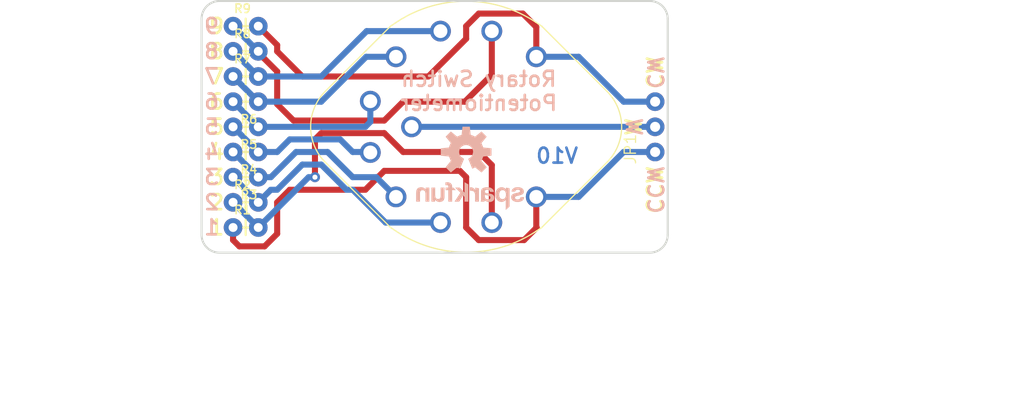
<source format=kicad_pcb>
(kicad_pcb (version 20211014) (generator pcbnew)
  (layers (0 "F.Cu" signal) (31 "B.Cu" signal) (34 "B.Paste" user) (35 "F.Paste" user) (36 "B.SilkS" user "B.Silkscreen") (37 "F.SilkS" user "F.Silkscreen") (38 "B.Mask" user) (39 "F.Mask" user) (44 "Edge.Cuts" user))
  (net 0 "")
  (net 1 "N$1")
  (net 2 "N$2")
  (net 3 "N$3")
  (net 4 "N$5")
  (net 5 "N$6")
  (net 6 "N$7")
  (net 7 "N$8")
  (net 8 "N$9")
  (net 9 "N$10")
  (net 10 "N$11")
  (net 11 "N$4")
  (footprint "boardEagle:STAND-OFF" (layer "F.Cu") (at 135.8011 114.5286)
    (fp_text reference "STANDOFF6" hide)
    (fp_text value "STAND-OFF" hide)
    (pad "" np_thru_hole circle (at 0 0) (size 3.302 3.302) (drill 3.302) (layers *.Cu *.Mask))
  )
  (footprint "boardEagle:1X03_NO_SILK" (layer "F.Cu") (at 170.7261 107.5436 90)
    (fp_text reference "JP1" (at -1.3462 -1.8288 90) (layer "F.SilkS") (effects (font (size 1.143 1.143) (thickness 0.127)) (justify left bottom)))
    (fp_text value "")
    (pad "1" thru_hole circle (at 0 0 180) (size 1.8796 1.8796) (drill 1.016) (layers *.Cu *.Mask) (net 2 "N$2"))
    (pad "2" thru_hole circle (at 2.54 0 180) (size 1.8796 1.8796) (drill 1.016) (layers *.Cu *.Mask) (net 1 "N$1"))
    (pad "3" thru_hole circle (at 5.08 0 180) (size 1.8796 1.8796) (drill 1.016) (layers *.Cu *.Mask) (net 3 "N$3"))
  )
  (footprint "boardEagle:STAND-OFF" (layer "F.Cu") (at 167.5511 114.5286)
    (fp_text reference "STANDOFF1" hide)
    (fp_text value "STAND-OFF" hide)
    (pad "" np_thru_hole circle (at 0 0) (size 3.302 3.302) (drill 3.302) (layers *.Cu *.Mask))
  )
  (footprint "boardEagle:AXIAL-0.1EZ" (layer "F.Cu") (at 130.7211 110.0836 180)
    (fp_text reference "R3" (at 0 -1.27 180) (layer "F.SilkS") (effects (font (size 0.8636 0.8636) (thickness 0.1524)) (justify right top)))
    (fp_text value "" (at 0 2.159 180) (layer "F.SilkS") (effects (font (size 0.8636 0.8636) (thickness 0.1524)) (justify right top)))
    (fp_line (start 1.27 0) (end 1.27 -0.762) (layer "F.SilkS") (width 0.2032))
    (fp_line (start 1.27 0.762) (end 1.27 0) (layer "F.SilkS") (width 0.2032))
    (fp_line (start 1.27 0) (end 1.016 0) (layer "F.SilkS") (width 0.2032))
    (fp_line (start 1.524 0) (end 1.27 0) (layer "F.SilkS") (width 0.2032))
    (pad "P$1" thru_hole circle (at 0 0 180) (size 1.8796 1.8796) (drill 0.9) (layers *.Cu) (net 6 "N$7"))
    (pad "P$2" thru_hole circle (at 2.54 0 180) (size 1.8796 1.8796) (drill 0.9) (layers *.Cu) (net 5 "N$6"))
  )
  (footprint "boardEagle:CREATIVE_COMMONS" (layer "F.Cu") (at 125.0061 131.6736)
    (fp_text reference "FRAME1" hide)
    (fp_text value "FRAME-LETTER" hide)
  )
  (footprint "boardEagle:AXIAL-0.1EZ" (layer "F.Cu") (at 128.1811 97.3836)
    (fp_text reference "R8" (at 0 -1.27) (layer "F.SilkS") (effects (font (size 0.8636 0.8636) (thickness 0.1524)) (justify left bottom)))
    (fp_text value "" (at 0 2.159) (layer "F.SilkS") (effects (font (size 0.8636 0.8636) (thickness 0.1524)) (justify left bottom)))
    (fp_line (start 1.27 0) (end 1.016 0) (layer "F.SilkS") (width 0.2032))
    (fp_line (start 1.27 0.762) (end 1.27 0) (layer "F.SilkS") (width 0.2032))
    (fp_line (start 1.27 0) (end 1.27 -0.762) (layer "F.SilkS") (width 0.2032))
    (fp_line (start 1.524 0) (end 1.27 0) (layer "F.SilkS") (width 0.2032))
    (pad "P$1" thru_hole circle (at 0 0) (size 1.8796 1.8796) (drill 0.9) (layers *.Cu) (net 11 "N$4"))
    (pad "P$2" thru_hole circle (at 2.54 0) (size 1.8796 1.8796) (drill 0.9) (layers *.Cu) (net 10 "N$11"))
  )
  (footprint "boardEagle:ROTARY_SWITCH_1X10_KIT" (layer "F.Cu") (at 151.6761 105.0036 -90)
    (fp_text reference "SW1" hide)
    (fp_text value "1x10" hide)
    (fp_line (start 10.520115 7.079828) (end 10.16 7.62) (layer "F.SilkS") (width 0.127))
    (fp_line (start -10.16 -7.62) (end -10.543537 -7.044693) (layer "F.SilkS") (width 0.127))
    (fp_line (start -3.592103 14.187896) (end -10.16 7.62) (layer "F.SilkS") (width 0.127))
    (fp_line (start -10.16 -7.62) (end -3.592103 -14.187896) (layer "F.SilkS") (width 0.127))
    (fp_line (start 10.16 7.62) (end 3.592103 14.187896) (layer "F.SilkS") (width 0.127))
    (fp_line (start 10.16 -7.62) (end 10.520115 -7.079828) (layer "F.SilkS") (width 0.127))
    (fp_line (start -10.543537 7.044693) (end -10.16 7.62) (layer "F.SilkS") (width 0.127))
    (fp_line (start 3.592103 -14.187896) (end 10.16 -7.62) (layer "F.SilkS") (width 0.127))
    (fp_arc (start 10.520115 -7.079828) (mid 12.663715 0) (end 10.520115 7.079828) (layer "F.SilkS") (width 0.127))
    (fp_arc (start -10.543537 7.044693) (mid -12.676499 0) (end -10.543537 -7.044693) (layer "F.SilkS") (width 0.127))
    (fp_arc (start -3.592103 -14.187896) (mid 0 -15.675794) (end 3.592103 -14.187896) (layer "F.SilkS") (width 0.127))
    (fp_arc (start 3.592103 14.187896) (mid 0 15.675794) (end -3.592103 14.187896) (layer "F.SilkS") (width 0.127))
    (pad "1" thru_hole circle (at 7.071068 -7.071068 270) (size 2.1 2.1) (drill 1.4) (layers *.Cu) (net 2 "N$2"))
    (pad "2" thru_hole circle (at 9.659259 -2.58819 270) (size 2.1 2.1) (drill 1.4) (layers *.Cu) (net 4 "N$5"))
    (pad "3" thru_hole circle (at 9.659259 2.58819 270) (size 2.1 2.1) (drill 1.4) (layers *.Cu) (net 5 "N$6"))
    (pad "4" thru_hole circle (at 7.071068 7.071068 270) (size 2.1 2.1) (drill 1.4) (layers *.Cu) (net 6 "N$7"))
    (pad "5" thru_hole circle (at 2.58819 9.659259 270) (size 2.1 2.1) (drill 1.4) (layers *.Cu) (net 7 "N$8"))
    (pad "6" thru_hole circle (at -2.58819 9.659259 270) (size 2.1 2.1) (drill 1.4) (layers *.Cu) (net 8 "N$9"))
    (pad "7" thru_hole circle (at -7.071068 7.071068 270) (size 2.1 2.1) (drill 1.4) (layers *.Cu) (net 9 "N$10"))
    (pad "8" thru_hole circle (at -9.659259 2.58819 270) (size 2.1 2.1) (drill 1.4) (layers *.Cu) (net 11 "N$4"))
    (pad "9" thru_hole circle (at -9.659259 -2.58819 270) (size 2.1 2.1) (drill 1.4) (layers *.Cu) (net 10 "N$11"))
    (pad "10" thru_hole circle (at -7.071068 -7.071068 270) (size 2.1 2.1) (drill 1.4) (layers *.Cu) (net 3 "N$3"))
    (pad "COMMON" thru_hole circle (at 0 5.5 270) (size 2.1 2.1) (drill 1.4) (layers *.Cu) (net 1 "N$1"))
  )
  (footprint "boardEagle:AXIAL-0.1EZ" (layer "F.Cu") (at 128.1811 112.6236)
    (fp_text reference "R2" (at 0 -1.27) (layer "F.SilkS") (effects (font (size 0.8636 0.8636) (thickness 0.1524)) (justify left bottom)))
    (fp_text value "" (at 0 2.159) (layer "F.SilkS") (effects (font (size 0.8636 0.8636) (thickness 0.1524)) (justify left bottom)))
    (fp_line (start 1.27 0) (end 1.016 0) (layer "F.SilkS") (width 0.2032))
    (fp_line (start 1.27 0) (end 1.27 -0.762) (layer "F.SilkS") (width 0.2032))
    (fp_line (start 1.27 0.762) (end 1.27 0) (layer "F.SilkS") (width 0.2032))
    (fp_line (start 1.524 0) (end 1.27 0) (layer "F.SilkS") (width 0.2032))
    (pad "P$1" thru_hole circle (at 0 0) (size 1.8796 1.8796) (drill 0.9) (layers *.Cu) (net 4 "N$5"))
    (pad "P$2" thru_hole circle (at 2.54 0) (size 1.8796 1.8796) (drill 0.9) (layers *.Cu) (net 5 "N$6"))
  )
  (footprint "boardEagle:STAND-OFF" (layer "F.Cu") (at 167.5511 95.4786)
    (fp_text reference "STANDOFF2" hide)
    (fp_text value "STAND-OFF" hide)
    (pad "" np_thru_hole circle (at 0 0) (size 3.302 3.302) (drill 3.302) (layers *.Cu *.Mask))
  )
  (footprint "boardEagle:AXIAL-0.1EZ" (layer "F.Cu") (at 128.1811 99.9236)
    (fp_text reference "R7" (at 0 -1.27) (layer "F.SilkS") (effects (font (size 0.8636 0.8636) (thickness 0.1524)) (justify left bottom)))
    (fp_text value "" (at 0 2.159) (layer "F.SilkS") (effects (font (size 0.8636 0.8636) (thickness 0.1524)) (justify left bottom)))
    (fp_line (start 1.27 0.762) (end 1.27 0) (layer "F.SilkS") (width 0.2032))
    (fp_line (start 1.27 0) (end 1.27 -0.762) (layer "F.SilkS") (width 0.2032))
    (fp_line (start 1.524 0) (end 1.27 0) (layer "F.SilkS") (width 0.2032))
    (fp_line (start 1.27 0) (end 1.016 0) (layer "F.SilkS") (width 0.2032))
    (pad "P$1" thru_hole circle (at 0 0) (size 1.8796 1.8796) (drill 0.9) (layers *.Cu) (net 9 "N$10"))
    (pad "P$2" thru_hole circle (at 2.54 0) (size 1.8796 1.8796) (drill 0.9) (layers *.Cu) (net 11 "N$4"))
  )
  (footprint "boardEagle:AXIAL-0.1EZ" (layer "F.Cu") (at 130.7211 107.5436 180)
    (fp_text reference "R4" (at 0 -1.27 180) (layer "F.SilkS") (effects (font (size 0.8636 0.8636) (thickness 0.1524)) (justify right top)))
    (fp_text value "" (at 0 2.159 180) (layer "F.SilkS") (effects (font (size 0.8636 0.8636) (thickness 0.1524)) (justify right top)))
    (fp_line (start 1.27 0) (end 1.016 0) (layer "F.SilkS") (width 0.2032))
    (fp_line (start 1.27 0.762) (end 1.27 0) (layer "F.SilkS") (width 0.2032))
    (fp_line (start 1.27 0) (end 1.27 -0.762) (layer "F.SilkS") (width 0.2032))
    (fp_line (start 1.524 0) (end 1.27 0) (layer "F.SilkS") (width 0.2032))
    (pad "P$1" thru_hole circle (at 0 0 180) (size 1.8796 1.8796) (drill 0.9) (layers *.Cu) (net 7 "N$8"))
    (pad "P$2" thru_hole circle (at 2.54 0 180) (size 1.8796 1.8796) (drill 0.9) (layers *.Cu) (net 6 "N$7"))
  )
  (footprint "boardEagle:STAND-OFF" (layer "F.Cu") (at 135.8011 95.4786)
    (fp_text reference "STANDOFF5" hide)
    (fp_text value "STAND-OFF" hide)
    (pad "" np_thru_hole circle (at 0 0) (size 3.302 3.302) (drill 3.302) (layers *.Cu *.Mask))
  )
  (footprint "boardEagle:AXIAL-0.1EZ" (layer "F.Cu") (at 128.1811 94.8436)
    (fp_text reference "R9" (at 0 -1.27) (layer "F.SilkS") (effects (font (size 0.8636 0.8636) (thickness 0.1524)) (justify left bottom)))
    (fp_text value "" (at 0 2.159) (layer "F.SilkS") (effects (font (size 0.8636 0.8636) (thickness 0.1524)) (justify left bottom)))
    (fp_line (start 1.27 0.762) (end 1.27 0) (layer "F.SilkS") (width 0.2032))
    (fp_line (start 1.27 0) (end 1.27 -0.762) (layer "F.SilkS") (width 0.2032))
    (fp_line (start 1.27 0) (end 1.016 0) (layer "F.SilkS") (width 0.2032))
    (fp_line (start 1.524 0) (end 1.27 0) (layer "F.SilkS") (width 0.2032))
    (pad "P$1" thru_hole circle (at 0 0) (size 1.8796 1.8796) (drill 0.9) (layers *.Cu) (net 10 "N$11"))
    (pad "P$2" thru_hole circle (at 2.54 0) (size 1.8796 1.8796) (drill 0.9) (layers *.Cu) (net 3 "N$3"))
  )
  (footprint "boardEagle:AXIAL-0.1EZ" (layer "F.Cu") (at 130.7211 105.0036 180)
    (fp_text reference "R5" (at 0 -1.27 180) (layer "F.SilkS") (effects (font (size 0.8636 0.8636) (thickness 0.1524)) (justify right top)))
    (fp_text value "" (at 0 2.159 180) (layer "F.SilkS") (effects (font (size 0.8636 0.8636) (thickness 0.1524)) (justify right top)))
    (fp_line (start 1.27 0.762) (end 1.27 0) (layer "F.SilkS") (width 0.2032))
    (fp_line (start 1.524 0) (end 1.27 0) (layer "F.SilkS") (width 0.2032))
    (fp_line (start 1.27 0) (end 1.016 0) (layer "F.SilkS") (width 0.2032))
    (fp_line (start 1.27 0) (end 1.27 -0.762) (layer "F.SilkS") (width 0.2032))
    (pad "P$1" thru_hole circle (at 0 0 180) (size 1.8796 1.8796) (drill 0.9) (layers *.Cu) (net 8 "N$9"))
    (pad "P$2" thru_hole circle (at 2.54 0 180) (size 1.8796 1.8796) (drill 0.9) (layers *.Cu) (net 7 "N$8"))
  )
  (footprint "boardEagle:AXIAL-0.1EZ" (layer "F.Cu") (at 130.7211 102.4636 180)
    (fp_text reference "R6" (at 0 -1.27 180) (layer "F.SilkS") (effects (font (size 0.8636 0.8636) (thickness 0.1524)) (justify right top)))
    (fp_text value "" (at 0 2.159 180) (layer "F.SilkS") (effects (font (size 0.8636 0.8636) (thickness 0.1524)) (justify right top)))
    (fp_line (start 1.524 0) (end 1.27 0) (layer "F.SilkS") (width 0.2032))
    (fp_line (start 1.27 0.762) (end 1.27 0) (layer "F.SilkS") (width 0.2032))
    (fp_line (start 1.27 0) (end 1.27 -0.762) (layer "F.SilkS") (width 0.2032))
    (fp_line (start 1.27 0) (end 1.016 0) (layer "F.SilkS") (width 0.2032))
    (pad "P$1" thru_hole circle (at 0 0 180) (size 1.8796 1.8796) (drill 0.9) (layers *.Cu) (net 9 "N$10"))
    (pad "P$2" thru_hole circle (at 2.54 0 180) (size 1.8796 1.8796) (drill 0.9) (layers *.Cu) (net 8 "N$9"))
  )
  (footprint "boardEagle:AXIAL-0.1EZ" (layer "F.Cu") (at 128.1811 115.1636)
    (fp_text reference "R1" (at 0 -1.27) (layer "F.SilkS") (effects (font (size 0.8636 0.8636) (thickness 0.1524)) (justify left bottom)))
    (fp_text value "" (at 0 2.159) (layer "F.SilkS") (effects (font (size 0.8636 0.8636) (thickness 0.1524)) (justify left bottom)))
    (fp_line (start 1.27 0.762) (end 1.27 0) (layer "F.SilkS") (width 0.2032))
    (fp_line (start 1.27 0) (end 1.27 -0.762) (layer "F.SilkS") (width 0.2032))
    (fp_line (start 1.27 0) (end 1.016 0) (layer "F.SilkS") (width 0.2032))
    (fp_line (start 1.524 0) (end 1.27 0) (layer "F.SilkS") (width 0.2032))
    (pad "P$1" thru_hole circle (at 0 0) (size 1.8796 1.8796) (drill 0.9) (layers *.Cu) (net 2 "N$2"))
    (pad "P$2" thru_hole circle (at 2.54 0) (size 1.8796 1.8796) (drill 0.9) (layers *.Cu) (net 4 "N$5"))
  )
  (footprint "boardEagle:OSHW-LOGO-M" (layer "B.Cu") (at 151.6761 107.5436 180)
    (fp_text reference "LOGO1" hide)
    (fp_text value "OSHW-LOGOM" hide)
    (fp_poly (pts (xy 0.456253 1.731155) (xy 0.686517 1.657461) (xy 0.90147 1.546765) (xy 1.544319 2.070947) (xy 2.070947 1.544319) (xy 1.546765 0.90147) (xy 1.657461 0.686517) (xy 1.731155 0.456253) (xy 2.5564 0.372471) (xy 2.5564 -0.372471) (xy 1.726849 -0.456691) (xy 1.54403 -0.898116) (xy 2.070947 -1.544319) (xy 1.544319 -2.070947) (xy 0.901485 -1.546777) (xy 0.619704 -1.692011) (xy 0.20689 -0.695413) (xy 0.531536 -0.463602) (xy 0.620727 -0.335903) (xy 0.680465 -0.187343) (xy 0.705181 -0.029147) (xy 0.693603 0.130552) (xy 0.646327 0.283537) (xy 0.56579 0.421919) (xy 0.456131 0.538592) (xy 0.322994 0.627547) (xy 0.173234 0.684204) (xy 0.014564 0.705647) (xy -0.144865 0.690774) (xy -0.296837 0.64035) (xy -0.433527 0.556972) (xy -0.547914 0.444923) (xy -0.634099 0.309982) (xy -0.68765 0.159084) (xy -0.705283 0.004638) (xy -0.626355 -0.324166) (xy -0.536691 -0.458355) (xy -0.414859 -0.570967) (xy -0.204203 -0.688924) (xy -0.618435 -1.688948) (xy -0.821394 -1.594769) (xy -0.90323 -1.5482) (xy -1.544319 -2.070947) (xy -2.070947 -1.544319) (xy -1.54403 -0.898116) (xy -1.726849 -0.456691) (xy -2.5564 -0.372471) (xy -2.5564 0.372471) (xy -1.726849 0.456691) (xy -1.54403 0.898116) (xy -2.070947 1.544319) (xy -1.544319 2.070947) (xy -0.90147 1.546765) (xy -0.686517 1.657461) (xy -0.456253 1.731155) (xy -0.372471 2.5564) (xy 0.372471 2.5564)) (layer "B.SilkS") (width 0) (fill solid))
  )
  (footprint "boardEagle:SFE_LOGO_NAME_.1" (layer "B.Cu") (at 158.0261 113.8936 180)
    (fp_text reference "LOGO3" hide)
    (fp_text value "SFE_LOGO_NAME.1_INCH" hide)
    (fp_poly (pts (xy 8.34 3.29) (xy 8.44 3.29) (xy 8.44 3) (xy 8.26 3) (xy 8.2 2.98) (xy 8.18 2.97) (xy 8.17 2.94) (xy 8.16 2.92) (xy 8.15 2.88) (xy 8.15 2.76) (xy 8.42 2.76) (xy 8.42 2.5) (xy 8.15 2.5) (xy 8.15 1.34) (xy 7.76 1.34) (xy 7.76 2.5) (xy 7.38 2.5) (xy 7.44 2.56) (xy 7.48 2.59) (xy 7.51 2.63) (xy 7.57 2.69) (xy 7.61 2.72) (xy 7.64 2.76) (xy 7.76 2.76) (xy 7.76 2.87) (xy 7.77 2.96) (xy 7.79 3.04) (xy 7.83 3.11) (xy 7.88 3.17) (xy 7.94 3.23) (xy 8.02 3.26) (xy 8.12 3.29) (xy 8.23 3.3) (xy 8.31 3.3)) (layer "B.SilkS") (width 0) (fill solid))
    (fp_poly (pts (xy 8.92 1.88) (xy 8.93 1.81) (xy 8.95 1.75) (xy 8.97 1.7) (xy 9.01 1.66) (xy 9.05 1.63) (xy 9.1 1.62) (xy 9.17 1.61) (xy 9.24 1.62) (xy 9.3 1.63) (xy 9.35 1.66) (xy 9.4 1.71) (xy 9.43 1.76) (xy 9.45 1.83) (xy 9.46 1.92) (xy 9.47 2.02) (xy 9.47 2.76) (xy 9.85 2.76) (xy 9.85 1.34) (xy 9.48 1.34) (xy 9.48 1.54) (xy 9.44 1.48) (xy 9.39 1.44) (xy 9.34 1.39) (xy 9.29 1.36) (xy 9.17 1.32) (xy 9.11 1.31) (xy 9.04 1.3) (xy 8.9 1.32) (xy 8.79 1.35) (xy 8.7 1.4) (xy 8.63 1.46) (xy 8.58 1.55) (xy 8.55 1.65) (xy 8.53 1.76) (xy 8.53 2.76) (xy 8.92 2.76)) (layer "B.SilkS") (width 0) (fill solid))
    (fp_poly (pts (xy 5.97 2.78) (xy 5.97 2.42) (xy 5.96 2.42) (xy 5.94 2.43) (xy 5.83 2.43) (xy 5.73 2.42) (xy 5.65 2.4) (xy 5.59 2.36) (xy 5.53 2.3) (xy 5.47 2.16) (xy 5.45 2.07) (xy 5.45 1.34) (xy 5.06 1.34) (xy 5.06 2.69) (xy 5.16 2.71) (xy 5.2 2.72) (xy 5.25 2.72) (xy 5.3 2.73) (xy 5.34 2.74) (xy 5.39 2.75) (xy 5.43 2.76) (xy 5.43 2.49) (xy 5.44 2.49) (xy 5.47 2.56) (xy 5.51 2.62) (xy 5.56 2.67) (xy 5.68 2.75) (xy 5.82 2.79) (xy 5.96 2.79)) (layer "B.SilkS") (width 0) (fill solid))
    (fp_poly (pts (xy 4.29 1.98) (xy 4.27 1.97) (xy 4.23 1.97) (xy 4.2 1.96) (xy 4.16 1.96) (xy 4.13 1.95) (xy 4.11 1.95) (xy 4.09 1.94) (xy 4.07 1.94) (xy 3.99 2.15) (xy 4.08 2.17) (xy 4.17 2.18) (xy 4.25 2.19)) (layer "B.SilkS") (width 0) (fill solid))
    (fp_poly (pts (xy 11.01 2.78) (xy 11.13 2.75) (xy 11.22 2.7) (xy 11.28 2.64) (xy 11.33 2.55) (xy 11.37 2.45) (xy 11.38 2.34) (xy 11.39 2.21) (xy 11.39 1.34) (xy 11 1.34) (xy 11 2.22) (xy 10.99 2.29) (xy 10.97 2.35) (xy 10.94 2.4) (xy 10.91 2.44) (xy 10.87 2.47) (xy 10.75 2.49) (xy 10.61 2.47) (xy 10.56 2.44) (xy 10.52 2.39) (xy 10.49 2.34) (xy 10.47 2.27) (xy 10.45 2.18) (xy 10.45 1.34) (xy 10.06 1.34) (xy 10.06 2.58) (xy 10.07 2.76) (xy 10.43 2.76) (xy 10.43 2.56) (xy 10.44 2.56) (xy 10.48 2.62) (xy 10.52 2.67) (xy 10.58 2.71) (xy 10.63 2.74) (xy 10.75 2.78) (xy 10.87 2.8)) (layer "B.SilkS") (width 0) (fill solid))
    (fp_poly (pts (xy 4.39 2.78) (xy 4.44 2.78) (xy 4.49 2.77) (xy 4.55 2.75) (xy 4.59 2.74) (xy 4.64 2.72) (xy 4.68 2.7) (xy 4.72 2.67) (xy 4.79 2.6) (xy 4.81 2.55) (xy 4.83 2.51) (xy 4.85 2.39) (xy 4.85 1.49) (xy 4.86 1.47) (xy 4.86 1.43) (xy 4.87 1.41) (xy 4.87 1.4) (xy 4.88 1.38) (xy 4.88 1.37) (xy 4.89 1.35) (xy 4.89 1.34) (xy 4.5 1.34) (xy 4.5 1.36) (xy 4.49 1.37) (xy 4.49 1.38) (xy 4.48 1.39) (xy 4.48 1.45) (xy 4.47 1.46) (xy 4.47 1.48) (xy 4.45 1.46) (xy 4.43 1.43) (xy 4.4 1.41) (xy 4.37 1.4) (xy 4.34 1.38) (xy 4.32 1.37) (xy 4.29 1.35) (xy 4.26 1.34) (xy 4.22 1.33) (xy 4.19 1.32) (xy 4.16 1.32) (xy 4.13 1.31) (xy 4.06 1.31) (xy 4.03 1.3) (xy 3.95 1.3) (xy 3.9 1.31) (xy 3.85 1.31) (xy 3.81 1.33) (xy 3.77 1.34) (xy 3.69 1.38) (xy 3.66 1.4) (xy 3.6 1.46) (xy 3.57 1.5) (xy 3.55 1.54) (xy 3.53 1.62) (xy 3.52 1.67) (xy 3.52 1.72) (xy 3.53 1.83) (xy 3.56 1.92) (xy 3.61 1.99) (xy 3.67 2.05) (xy 3.74 2.09) (xy 3.82 2.12) (xy 3.91 2.14) (xy 3.99 2.15) (xy 4.07 1.94) (xy 3.97 1.89) (xy 3.93 1.85) (xy 3.91 1.81) (xy 3.91 1.77) (xy 3.9 1.74) (xy 3.91 1.72) (xy 3.91 1.7) (xy 3.92 1.67) (xy 3.92 1.66) (xy 3.93 1.64) (xy 3.96 1.61) (xy 3.98 1.6) (xy 3.99 1.59) (xy 4.01 1.58) (xy 4.03 1.58) (xy 4.05 1.57) (xy 4.2 1.57) (xy 4.32 1.6) (xy 4.35 1.62) (xy 4.4 1.67) (xy 4.41 1.7) (xy 4.43 1.72) (xy 4.44 1.75) (xy 4.44 1.78) (xy 4.45 1.8) (xy 4.45 1.83) (xy 4.46 1.85) (xy 4.46 2.04) (xy 4.44 2.03) (xy 4.43 2.02) (xy 4.41 2.01) (xy 4.4 2) (xy 4.38 2) (xy 4.34 1.98) (xy 4.29 1.98) (xy 4.25 2.19) (xy 4.32 2.2) (xy 4.38 2.22) (xy 4.42 2.25) (xy 4.45 2.29) (xy 4.46 2.34) (xy 4.46 2.37) (xy 4.45 2.4) (xy 4.45 2.42) (xy 4.43 2.46) (xy 4.4 2.49) (xy 4.34 2.52) (xy 4.32 2.52) (xy 4.3 2.53) (xy 4.23 2.53) (xy 4.21 2.54) (xy 4.18 2.53) (xy 4.13 2.53) (xy 4.1 2.52) (xy 4.08 2.52) (xy 4.04 2.5) (xy 3.98 2.44) (xy 3.96 2.4) (xy 3.96 2.37) (xy 3.95 2.35) (xy 3.95 2.32) (xy 3.56 2.32) (xy 3.57 2.39) (xy 3.58 2.44) (xy 3.6 2.5) (xy 3.63 2.55) (xy 3.66 2.59) (xy 3.7 2.63) (xy 3.78 2.69) (xy 3.83 2.72) (xy 3.93 2.76) (xy 4.11 2.79) (xy 4.33 2.79)) (layer "B.SilkS") (width 0) (fill solid))
    (fp_poly (pts (xy 1.37 2.78) (xy 1.47 2.75) (xy 1.56 2.7) (xy 1.64 2.64) (xy 1.71 2.56) (xy 1.75 2.46) (xy 1.77 2.35) (xy 1.4 2.35) (xy 1.39 2.4) (xy 1.38 2.44) (xy 1.32 2.5) (xy 1.28 2.52) (xy 1.24 2.53) (xy 1.19 2.54) (xy 1.1 2.54) (xy 1.07 2.53) (xy 1.03 2.53) (xy 1 2.52) (xy 0.94 2.48) (xy 0.93 2.45) (xy 0.92 2.41) (xy 0.93 2.36) (xy 0.96 2.32) (xy 1 2.29) (xy 1.06 2.27) (xy 1.2 2.23) (xy 1.28 2.22) (xy 1.36 2.2) (xy 1.45 2.18) (xy 1.53 2.15) (xy 1.6 2.12) (xy 1.67 2.08) (xy 1.73 2.03) (xy 1.77 1.97) (xy 1.8 1.89) (xy 1.81 1.8) (xy 1.8 1.67) (xy 1.75 1.57) (xy 1.69 1.48) (xy 1.61 1.42) (xy 1.51 1.37) (xy 1.4 1.33) (xy 1.28 1.31) (xy 1.04 1.31) (xy 0.92 1.33) (xy 0.81 1.37) (xy 0.71 1.42) (xy 0.63 1.48) (xy 0.56 1.57) (xy 0.52 1.68) (xy 0.5 1.8) (xy 0.87 1.8) (xy 0.88 1.74) (xy 0.9 1.7) (xy 0.92 1.65) (xy 0.96 1.62) (xy 1.06 1.58) (xy 1.11 1.57) (xy 1.17 1.56) (xy 1.21 1.57) (xy 1.25 1.57) (xy 1.3 1.59) (xy 1.34 1.6) (xy 1.4 1.66) (xy 1.42 1.7) (xy 1.42 1.75) (xy 1.41 1.79) (xy 1.39 1.82) (xy 1.36 1.85) (xy 1.31 1.88) (xy 1.17 1.92) (xy 1.08 1.94) (xy 0.98 1.96) (xy 0.9 1.99) (xy 0.82 2.01) (xy 0.74 2.04) (xy 0.67 2.08) (xy 0.57 2.18) (xy 0.54 2.26) (xy 0.53 2.34) (xy 0.55 2.47) (xy 0.59 2.57) (xy 0.65 2.64) (xy 0.73 2.7) (xy 0.82 2.75) (xy 0.92 2.78) (xy 1.03 2.79) (xy 1.15 2.8)) (layer "B.SilkS") (width 0) (fill solid))
    (fp_poly (pts (xy 3.4 2.04) (xy 3.39 1.9) (xy 3.37 1.76) (xy 3.32 1.64) (xy 2.98 1.8) (xy 3 1.88) (xy 3.01 1.96) (xy 3.02 2.05)) (layer "B.SilkS") (width 0) (fill solid))
    (fp_poly (pts (xy 2.92 2.78) (xy 3.05 2.73) (xy 3.16 2.66) (xy 3.25 2.57) (xy 3.32 2.45) (xy 3.37 2.32) (xy 3.4 2.18) (xy 3.4 2.04) (xy 3.02 2.05) (xy 3 2.21) (xy 2.97 2.29) (xy 2.94 2.36) (xy 2.89 2.42) (xy 2.83 2.46) (xy 2.76 2.49) (xy 2.68 2.5) (xy 2.59 2.49) (xy 2.52 2.46) (xy 2.46 2.42) (xy 2.41 2.36) (xy 2.38 2.29) (xy 2.34 2.13) (xy 2.34 1.96) (xy 2.38 1.8) (xy 2.46 1.68) (xy 2.52 1.64) (xy 2.59 1.61) (xy 2.68 1.6) (xy 2.77 1.61) (xy 2.84 1.64) (xy 2.9 1.68) (xy 2.98 1.8) (xy 3.32 1.64) (xy 3.25 1.53) (xy 3.16 1.44) (xy 3.06 1.37) (xy 2.93 1.32) (xy 2.78 1.31) (xy 2.72 1.31) (xy 2.66 1.32) (xy 2.54 1.36) (xy 2.49 1.39) (xy 2.44 1.43) (xy 2.4 1.47) (xy 2.36 1.52) (xy 2.36 0.5) (xy 2.31 0.54) (xy 2.26 0.59) (xy 2.16 0.67) (xy 2.07 0.76) (xy 2.02 0.8) (xy 1.97 0.85) (xy 1.97 2.69) (xy 2.02 2.7) (xy 2.06 2.71) (xy 2.11 2.72) (xy 2.15 2.72) (xy 2.25 2.74) (xy 2.29 2.75) (xy 2.34 2.76) (xy 2.34 2.58) (xy 2.42 2.68) (xy 2.52 2.74) (xy 2.58 2.77) (xy 2.76 2.8)) (layer "B.SilkS") (width 0) (fill solid))
    (fp_poly (pts (xy 6.51 2.25) (xy 7 2.76) (xy 7.46 2.76) (xy 6.93 2.24) (xy 7.52 1.34) (xy 7.05 1.34) (xy 6.66 1.98) (xy 6.51 1.83) (xy 6.51 1.34) (xy 6.13 1.34) (xy 6.13 3.08) (xy 6.51 3.3)) (layer "B.SilkS") (width 0) (fill solid))
  )
  (gr_line (start 171.9961 115.90755) (end 171.9961 94.09965) (layer "Edge.Cuts") (width 0.2032))
  (gr_line (start 170.20005 92.3036) (end 126.80215 92.3036) (layer "Edge.Cuts") (width 0.2032))
  (gr_arc (start 171.9961 115.90755) (mid 171.470049 117.177549) (end 170.20005 117.7036) (layer "Edge.Cuts") (width 0.2032))
  (gr_arc (start 170.20005 92.3036) (mid 171.470049 92.829651) (end 171.9961 94.09965) (layer "Edge.Cuts") (width 0.2032))
  (gr_arc (start 125.0061 94.09965) (mid 125.532151 92.829651) (end 126.80215 92.3036) (layer "Edge.Cuts") (width 0.2032))
  (gr_line (start 125.0061 94.09965) (end 125.0061 115.90755) (layer "Edge.Cuts") (width 0.2032))
  (gr_arc (start 126.80215 117.7036) (mid 125.532151 117.177549) (end 125.0061 115.90755) (layer "Edge.Cuts") (width 0.2032))
  (gr_line (start 126.80215 117.7036) (end 170.20005 117.7036) (layer "Edge.Cuts") (width 0.2032))
  (gr_text "V10" (at 163.1061 108.8136) (layer "B.Cu") (effects (font (size 1.5113 1.5113) (thickness 0.2667)) (justify left bottom mirror)))
  (gr_text "W" (at 169.4561 105.0036 -90) (layer "B.SilkS") (effects (font (size 1.5113 1.5113) (thickness 0.2667)) (justify top mirror)))
  (gr_text "CCW" (at 170.7261 108.8136 -90) (layer "B.SilkS") (effects (font (size 1.5113 1.5113) (thickness 0.2667)) (justify right mirror)))
  (gr_text "Rotary Switch\nPotentiometer" (at 152.9461 99.2886) (layer "B.SilkS") (effects (font (size 1.5113 1.5113) (thickness 0.2667)) (justify top mirror)))
  (gr_text "6" (at 126.9111 102.4636) (layer "B.SilkS") (effects (font (size 1.5113 1.5113) (thickness 0.2667)) (justify left mirror)))
  (gr_text "2" (at 126.9111 112.6236) (layer "B.SilkS") (effects (font (size 1.5113 1.5113) (thickness 0.2667)) (justify left mirror)))
  (gr_text "4" (at 126.9111 107.5436) (layer "B.SilkS") (effects (font (size 1.5113 1.5113) (thickness 0.2667)) (justify left mirror)))
  (gr_text "5" (at 126.9111 105.0036) (layer "B.SilkS") (effects (font (size 1.5113 1.5113) (thickness 0.2667)) (justify left mirror)))
  (gr_text "CW" (at 170.7261 101.3206 -90) (layer "B.SilkS") (effects (font (size 1.5113 1.5113) (thickness 0.2667)) (justify left mirror)))
  (gr_text "7" (at 126.9111 99.9236) (layer "B.SilkS") (effects (font (size 1.5113 1.5113) (thickness 0.2667)) (justify left mirror)))
  (gr_text "8" (at 126.9111 97.3836) (layer "B.SilkS") (effects (font (size 1.5113 1.5113) (thickness 0.2667)) (justify left mirror)))
  (gr_text "1" (at 126.9111 115.1636) (layer "B.SilkS") (effects (font (size 1.5113 1.5113) (thickness 0.2667)) (justify left mirror)))
  (gr_text "9" (at 126.9111 94.8436) (layer "B.SilkS") (effects (font (size 1.5113 1.5113) (thickness 0.2667)) (justify left mirror)))
  (gr_text "3" (at 126.9111 110.0836) (layer "B.SilkS") (effects (font (size 1.5113 1.5113) (thickness 0.2667)) (justify left mirror)))
  (gr_text "CCW" (at 170.7261 108.8136 90) (layer "F.SilkS") (effects (font (size 1.5113 1.5113) (thickness 0.2667)) (justify right)))
  (gr_text "1" (at 125.6411 115.1636) (layer "F.SilkS") (effects (font (size 1.5113 1.5113) (thickness 0.2667)) (justify left)))
  (gr_text "W" (at 169.4561 105.0036 90) (layer "F.SilkS") (effects (font (size 1.5113 1.5113) (thickness 0.2667)) (justify bottom)))
  (gr_text "8" (at 125.6411 97.3836) (layer "F.SilkS") (effects (font (size 1.5113 1.5113) (thickness 0.2667)) (justify left)))
  (gr_text "9" (at 125.6411 94.8436) (layer "F.SilkS") (effects (font (size 1.5113 1.5113) (thickness 0.2667)) (justify left)))
  (gr_text "7" (at 125.6411 99.9236) (layer "F.SilkS") (effects (font (size 1.5113 1.5113) (thickness 0.2667)) (justify left)))
  (gr_text "4" (at 125.6411 107.5436) (layer "F.SilkS") (effects (font (size 1.5113 1.5113) (thickness 0.2667)) (justify left)))
  (gr_text "6" (at 125.6411 102.4636) (layer "F.SilkS") (effects (font (size 1.5113 1.5113) (thickness 0.2667)) (justify left)))
  (gr_text "CW" (at 170.7261 101.3206 90) (layer "F.SilkS") (effects (font (size 1.5113 1.5113) (thickness 0.2667)) (justify left)))
  (gr_text "3" (at 125.6411 110.0836) (layer "F.SilkS") (effects (font (size 1.5113 1.5113) (thickness 0.2667)) (justify left)))
  (gr_text "2" (at 125.6411 112.6236) (layer "F.SilkS") (effects (font (size 1.5113 1.5113) (thickness 0.2667)) (justify left)))
  (gr_text "5" (at 125.6411 105.0036) (layer "F.SilkS") (effects (font (size 1.5113 1.5113) (thickness 0.2667)) (justify left)))
  (segment (start 170.7261 105.0036) (end 146.1761 105.0036) (width 0.6096) (layer "B.Cu") (net 1))
  (segment (start 151.6761 110.0836) (end 151.6761 115.1636) (width 0.6096) (layer "F.Cu") (net 2))
  (segment (start 143.4211 109.4486) (end 151.0411 109.4486) (width 0.6096) (layer "F.Cu") (net 2))
  (segment (start 131.3561 117.0686) (end 128.8161 117.0686) (width 0.6096) (layer "F.Cu") (net 2))
  (segment (start 133.8961 111.3536) (end 141.5161 111.3536) (width 0.6096) (layer "F.Cu") (net 2))
  (segment (start 158.747168 112.074669) (end 158.747168 115.122669) (width 0.6096) (layer "F.Cu") (net 2))
  (segment (start 151.0411 109.4486) (end 151.6761 110.0836) (width 0.6096) (layer "F.Cu") (net 2))
  (segment (start 128.8161 117.0686) (end 128.1811 116.4336) (width 0.6096) (layer "F.Cu") (net 2))
  (segment (start 157.5181 116.4336) (end 158.7881 115.1636) (width 0.6096) (layer "F.Cu") (net 2))
  (segment (start 133.8961 111.3536) (end 132.6261 112.6236) (width 0.6096) (layer "F.Cu") (net 2))
  (segment (start 151.6761 115.1636) (end 152.9461 116.4336) (width 0.6096) (layer "F.Cu") (net 2))
  (segment (start 141.5161 111.3536) (end 143.4211 109.4486) (width 0.6096) (layer "F.Cu") (net 2))
  (segment (start 152.9461 116.4336) (end 157.5181 116.4336) (width 0.6096) (layer "F.Cu") (net 2))
  (segment (start 158.747168 115.122669) (end 158.7881 115.1636) (width 0.6096) (layer "F.Cu") (net 2))
  (segment (start 128.1811 116.4336) (end 128.1811 115.1636) (width 0.6096) (layer "F.Cu") (net 2))
  (segment (start 132.6261 115.7986) (end 131.3561 117.0686) (width 0.6096) (layer "F.Cu") (net 2))
  (segment (start 132.6261 112.6236) (end 132.6261 115.7986) (width 0.6096) (layer "F.Cu") (net 2))
  (segment (start 163.020031 112.074669) (end 167.5511 107.5436) (width 0.6096) (layer "B.Cu") (net 2))
  (segment (start 170.7261 107.5436) (end 167.5511 107.5436) (width 0.6096) (layer "B.Cu") (net 2))
  (segment (start 158.747168 112.074669) (end 163.020031 112.074669) (width 0.6096) (layer "B.Cu") (net 2))
  (segment (start 158.747168 94.929669) (end 157.3911 93.5736) (width 0.6096) (layer "F.Cu") (net 3))
  (segment (start 135.1661 99.9236) (end 132.6261 97.3836) (width 0.6096) (layer "F.Cu") (net 3))
  (segment (start 130.7211 94.8436) (end 132.6261 96.7486) (width 0.6096) (layer "F.Cu") (net 3))
  (segment (start 151.6761 96.1136) (end 147.8661 99.9236) (width 0.6096) (layer "F.Cu") (net 3))
  (segment (start 152.9461 93.5736) (end 151.6761 94.8436) (width 0.6096) (layer "F.Cu") (net 3))
  (segment (start 147.8661 99.9236) (end 135.1661 99.9236) (width 0.6096) (layer "F.Cu") (net 3))
  (segment (start 157.3911 93.5736) (end 152.9461 93.5736) (width 0.6096) (layer "F.Cu") (net 3))
  (segment (start 158.747168 97.932532) (end 158.747168 94.929669) (width 0.6096) (layer "F.Cu") (net 3))
  (segment (start 151.6761 94.8436) (end 151.6761 96.1136) (width 0.6096) (layer "F.Cu") (net 3))
  (segment (start 132.6261 96.7486) (end 132.6261 97.3836) (width 0.6096) (layer "F.Cu") (net 3))
  (segment (start 158.747168 97.932532) (end 163.020031 97.932532) (width 0.6096) (layer "B.Cu") (net 3))
  (segment (start 167.5511 102.4636) (end 163.020031 97.932532) (width 0.6096) (layer "B.Cu") (net 3))
  (segment (start 170.7261 102.4636) (end 167.5511 102.4636) (width 0.6096) (layer "B.Cu") (net 3))
  (segment (start 136.4361 106.2736) (end 136.4361 110.0836) (width 0.6096) (layer "F.Cu") (net 4))
  (segment (start 154.26429 108.861791) (end 152.9461 107.5436) (width 0.6096) (layer "F.Cu") (net 4))
  (segment (start 137.0711 105.6386) (end 136.4361 106.2736) (width 0.6096) (layer "F.Cu") (net 4))
  (segment (start 143.4211 105.6386) (end 137.0711 105.6386) (width 0.6096) (layer "F.Cu") (net 4))
  (segment (start 154.26429 114.66286) (end 154.26429 108.861791) (width 0.6096) (layer "F.Cu") (net 4))
  (segment (start 145.3261 107.5436) (end 143.4211 105.6386) (width 0.6096) (layer "F.Cu") (net 4))
  (segment (start 145.3261 107.5436) (end 152.9461 107.5436) (width 0.6096) (layer "F.Cu") (net 4))
  (via (at 136.4361 110.0836) (size 1.016) (drill 0.508) (layers "F.Cu" "B.Cu") (net 4))
  (segment (start 135.8011 110.0836) (end 136.4361 110.0836) (width 0.6096) (layer "B.Cu") (net 4))
  (segment (start 130.7211 115.1636) (end 128.1811 112.6236) (width 0.6096) (layer "B.Cu") (net 4))
  (segment (start 130.7211 115.1636) (end 135.8011 110.0836) (width 0.6096) (layer "B.Cu") (net 4))
  (segment (start 149.087909 114.66286) (end 143.555359 114.66286) (width 0.6096) (layer "B.Cu") (net 5))
  (segment (start 137.0711 108.8136) (end 139.6111 111.3536) (width 0.6096) (layer "B.Cu") (net 5))
  (segment (start 143.555359 114.66286) (end 140.2461 111.3536) (width 0.6096) (layer "B.Cu") (net 5))
  (segment (start 130.7211 112.6236) (end 128.1811 110.0836) (width 0.6096) (layer "B.Cu") (net 5))
  (segment (start 135.1661 108.8136) (end 137.0711 108.8136) (width 0.6096) (layer "B.Cu") (net 5))
  (segment (start 132.6261 111.3536) (end 135.1661 108.8136) (width 0.6096) (layer "B.Cu") (net 5))
  (segment (start 130.7211 112.6236) (end 131.9911 111.3536) (width 0.6096) (layer "B.Cu") (net 5))
  (segment (start 139.6111 111.3536) (end 140.2461 111.3536) (width 0.6096) (layer "B.Cu") (net 5))
  (segment (start 131.9911 111.3536) (end 132.6261 111.3536) (width 0.6096) (layer "B.Cu") (net 5))
  (segment (start 131.9911 110.0836) (end 134.5311 107.5436) (width 0.6096) (layer "B.Cu") (net 6))
  (segment (start 134.5311 107.5436) (end 137.7061 107.5436) (width 0.6096) (layer "B.Cu") (net 6))
  (segment (start 130.7211 110.0836) (end 128.1811 107.5436) (width 0.6096) (layer "B.Cu") (net 6))
  (segment (start 144.605031 112.074669) (end 142.613962 110.0836) (width 0.6096) (layer "B.Cu") (net 6))
  (segment (start 137.7061 107.5436) (end 140.2461 110.0836) (width 0.6096) (layer "B.Cu") (net 6))
  (segment (start 130.7211 110.0836) (end 131.9911 110.0836) (width 0.6096) (layer "B.Cu") (net 6))
  (segment (start 140.2461 110.0836) (end 142.613962 110.0836) (width 0.6096) (layer "B.Cu") (net 6))
  (segment (start 142.01684 107.591791) (end 141.96865 107.5436) (width 0.6096) (layer "B.Cu") (net 7))
  (segment (start 138.9761 106.2736) (end 140.2461 107.5436) (width 0.6096) (layer "B.Cu") (net 7))
  (segment (start 133.8961 106.2736) (end 138.9761 106.2736) (width 0.6096) (layer "B.Cu") (net 7))
  (segment (start 130.7211 107.5436) (end 128.1811 105.0036) (width 0.6096) (layer "B.Cu") (net 7))
  (segment (start 132.6261 107.5436) (end 133.8961 106.2736) (width 0.6096) (layer "B.Cu") (net 7))
  (segment (start 130.7211 107.5436) (end 132.6261 107.5436) (width 0.6096) (layer "B.Cu") (net 7))
  (segment (start 140.2461 107.5436) (end 141.96865 107.5436) (width 0.6096) (layer "B.Cu") (net 7))
  (segment (start 142.01684 102.41541) (end 142.01684 104.50286) (width 0.6096) (layer "B.Cu") (net 8))
  (segment (start 130.7211 105.0036) (end 141.5161 105.0036) (width 0.6096) (layer "B.Cu") (net 8))
  (segment (start 142.01684 104.50286) (end 141.5161 105.0036) (width 0.6096) (layer "B.Cu") (net 8))
  (segment (start 130.7211 105.0036) (end 128.1811 102.4636) (width 0.6096) (layer "B.Cu") (net 8))
  (segment (start 130.7211 102.4636) (end 137.0711 102.4636) (width 0.6096) (layer "B.Cu") (net 9))
  (segment (start 137.0711 102.4636) (end 141.602168 97.932532) (width 0.6096) (layer "B.Cu") (net 9))
  (segment (start 130.7211 102.4636) (end 128.1811 99.9236) (width 0.6096) (layer "B.Cu") (net 9))
  (segment (start 144.605031 97.932532) (end 141.602168 97.932532) (width 0.6096) (layer "B.Cu") (net 9))
  (segment (start 130.7211 97.5106) (end 132.6261 99.4156) (width 0.6096) (layer "F.Cu") (net 10))
  (segment (start 145.3261 102.4636) (end 143.4211 104.3686) (width 0.6096) (layer "F.Cu") (net 10))
  (segment (start 154.26429 99.74841) (end 151.5491 102.4636) (width 0.6096) (layer "F.Cu") (net 10))
  (segment (start 143.4211 104.3686) (end 134.2771 104.3686) (width 0.6096) (layer "F.Cu") (net 10))
  (segment (start 132.6261 99.4156) (end 132.6261 102.7176) (width 0.6096) (layer "F.Cu") (net 10))
  (segment (start 154.26429 95.344341) (end 154.26429 99.74841) (width 0.6096) (layer "F.Cu") (net 10))
  (segment (start 130.7211 97.3836) (end 130.7211 97.5106) (width 0.6096) (layer "F.Cu") (net 10))
  (segment (start 132.6261 102.7176) (end 134.2771 104.3686) (width 0.6096) (layer "F.Cu") (net 10))
  (segment (start 151.5491 102.4636) (end 145.3261 102.4636) (width 0.6096) (layer "F.Cu") (net 10))
  (segment (start 130.7211 97.3836) (end 128.1811 94.8436) (width 0.6096) (layer "B.Cu") (net 10))
  (segment (start 137.0711 99.9236) (end 141.650359 95.344341) (width 0.6096) (layer "B.Cu") (net 11))
  (segment (start 149.087909 95.344341) (end 141.650359 95.344341) (width 0.6096) (layer "B.Cu") (net 11))
  (segment (start 130.7211 99.9236) (end 137.0711 99.9236) (width 0.6096) (layer "B.Cu") (net 11))
  (segment (start 130.7211 99.9236) (end 128.1811 97.3836) (width 0.6096) (layer "B.Cu") (net 11))
)
</source>
